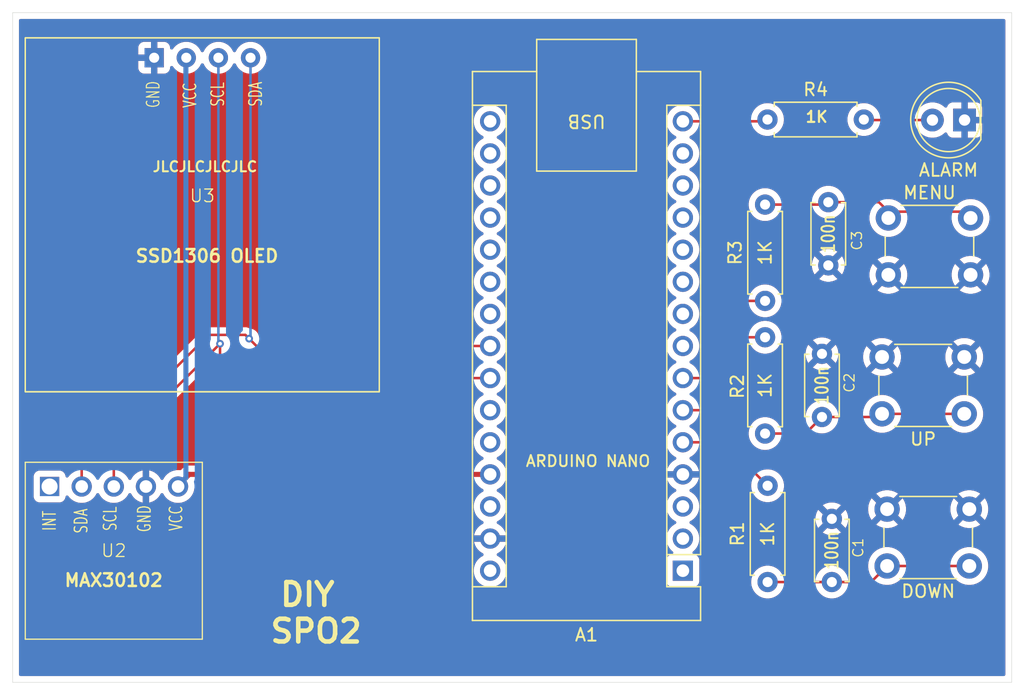
<source format=kicad_pcb>
(kicad_pcb (version 20241229) (generator "pcbnew") (generator_version "9.0")
  (layers (0 "F.Cu" signal "Front") (2 "B.Cu" signal "Back") (13 "F.Paste" user) (15 "B.Paste" user) (5 "F.SilkS" user "F.Silkscreen") (7 "B.SilkS" user "B.Silkscreen") (1 "F.Mask" user) (3 "B.Mask" user) (25 "Edge.Cuts" user))
  (net 0 "")
  (net 1 "GND")
  (net 2 "Net-(A1-D12)")
  (net 6 "+5V")
  (net 8 "Net-(A1-D2)")
  (net 15 "Net-(A1-D3)")
  (net 21 "Net-(A1-A5)")
  (net 22 "Net-(A1-D4)")
  (net 26 "Net-(A1-A4)")
  (net 30 "Net-(C1-Pad1)")
  (net 31 "Net-(C2-Pad1)")
  (net 32 "Net-(C3-Pad1)")
  (net 33 "Net-(D1-A)")
  (footprint "Button_Switch_THT:SW_PUSH_6mm" (layer "F.Cu") (at 185.49 106.91 180)
    (property "Reference" "UP" (at 3.25 -2 0) (layer "F.SilkS"))
    (property "Value" "SW_Push")
    (fp_line (start 6.75 3) (end 6.75 1.5) (stroke (width 0.12)) (layer "F.SilkS"))
    (fp_line (start 5.5 -1) (end 1 -1) (stroke (width 0.12)) (layer "F.SilkS"))
    (fp_line (start 1 5.5) (end 5.5 5.5) (stroke (width 0.12)) (layer "F.SilkS"))
    (fp_line (start -0.25 1.5) (end -0.25 3) (stroke (width 0.12)) (layer "F.SilkS"))
    (pad "1" thru_hole circle (at 0 0 270) (size 2 2) (drill 1.1) (layers "*.Cu" "*.Mask") (net 31 "Net-(C2-Pad1)"))
    (pad "1" thru_hole circle (at 6.5 0 270) (size 2 2) (drill 1.1) (layers "*.Cu" "*.Mask") (net 31 "Net-(C2-Pad1)"))
    (pad "2" thru_hole circle (at 0 4.5 270) (size 2 2) (drill 1.1) (layers "*.Cu" "*.Mask") (net 1 "GND"))
    (pad "2" thru_hole circle (at 6.5 4.5 270) (size 2 2) (drill 1.1) (layers "*.Cu" "*.Mask") (net 1 "GND"))
  )
  (footprint "Module:Arduino_Nano" (layer "F.Cu") (at 163.24 119.32 180)
    (property "Reference" "A1" (at 7.62 -5.08 0) (layer "F.SilkS"))
    (property "Value" "Arduino_Nano_v3.x")
    (fp_line (start 16.64 39.5) (end 16.64 -3.94) (stroke (width 0.12)) (layer "F.SilkS"))
    (fp_line (start 16.64 39.5) (end 11.56 39.5) (stroke (width 0.12)) (layer "F.SilkS"))
    (fp_line (start 16.64 -3.94) (end -1.4 -3.94) (stroke (width 0.12)) (layer "F.SilkS"))
    (fp_line (start 13.97 36.83) (end 16.64 36.83) (stroke (width 0.12)) (layer "F.SilkS"))
    (fp_line (start 13.97 -1.27) (end 16.64 -1.27) (stroke (width 0.12)) (layer "F.SilkS"))
    (fp_line (start 13.97 -1.27) (end 13.97 36.83) (stroke (width 0.12)) (layer "F.SilkS"))
    (fp_line (start 11.56 42.04) (end 3.68 42.04) (stroke (width 0.12)) (layer "F.SilkS"))
    (fp_line (start 11.56 31.62) (end 11.56 42.04) (stroke (width 0.12)) (layer "F.SilkS"))
    (fp_line (start 3.68 42.04) (end 3.68 31.62) (stroke (width 0.12)) (layer "F.SilkS"))
    (fp_line (start 3.68 31.62) (end 11.56 31.62) (stroke (width 0.12)) (layer "F.SilkS"))
    (fp_line (start 1.27 36.83) (end -1.4 36.83) (stroke (width 0.12)) (layer "F.SilkS"))
    (fp_line (start 1.27 1.27) (end 1.27 36.83) (stroke (width 0.12)) (layer "F.SilkS"))
    (fp_line (start 1.27 1.27) (end 1.27 -1.27) (stroke (width 0.12)) (layer "F.SilkS"))
    (fp_line (start 1.27 1.27) (end -1.4 1.27) (stroke (width 0.12)) (layer "F.SilkS"))
    (fp_line (start 1.27 -1.27) (end -1.4 -1.27) (stroke (width 0.12)) (layer "F.SilkS"))
    (fp_line (start -1.4 39.5) (end 3.68 39.5) (stroke (width 0.12)) (layer "F.SilkS"))
    (fp_line (start -1.4 1.27) (end -1.4 39.5) (stroke (width 0.12)) (layer "F.SilkS"))
    (fp_line (start -1.4 -3.94) (end -1.4 -1.27) (stroke (width 0.12)) (layer "F.SilkS"))
    (fp_text user "USB" (at 7.62 35.56 180) (layer "F.SilkS"))
    (pad "1" thru_hole rect (at 0 0 180) (size 1.6 1.6) (drill 1) (layers "*.Cu" "*.Mask"))
    (pad "2" thru_hole oval (at 0 2.54 180) (size 1.6 1.6) (drill 1) (layers "*.Cu" "*.Mask"))
    (pad "3" thru_hole oval (at 0 5.08 180) (size 1.6 1.6) (drill 1) (layers "*.Cu" "*.Mask"))
    (pad "4" thru_hole oval (at 0 7.62 180) (size 1.6 1.6) (drill 1) (layers "*.Cu" "*.Mask") (net 1 "GND"))
    (pad "5" thru_hole oval (at 0 10.16 180) (size 1.6 1.6) (drill 1) (layers "*.Cu" "*.Mask") (net 8 "Net-(A1-D2)"))
    (pad "6" thru_hole oval (at 0 12.7 180) (size 1.6 1.6) (drill 1) (layers "*.Cu" "*.Mask") (net 15 "Net-(A1-D3)"))
    (pad "7" thru_hole oval (at 0 15.24 180) (size 1.6 1.6) (drill 1) (layers "*.Cu" "*.Mask") (net 22 "Net-(A1-D4)"))
    (pad "8" thru_hole oval (at 0 17.78 180) (size 1.6 1.6) (drill 1) (layers "*.Cu" "*.Mask"))
    (pad "9" thru_hole oval (at 0 20.32 180) (size 1.6 1.6) (drill 1) (layers "*.Cu" "*.Mask"))
    (pad "10" thru_hole oval (at 0 22.86 180) (size 1.6 1.6) (drill 1) (layers "*.Cu" "*.Mask"))
    (pad "11" thru_hole oval (at 0 25.4 180) (size 1.6 1.6) (drill 1) (layers "*.Cu" "*.Mask"))
    (pad "12" thru_hole oval (at 0 27.94 180) (size 1.6 1.6) (drill 1) (layers "*.Cu" "*.Mask"))
    (pad "13" thru_hole oval (at 0 30.48 180) (size 1.6 1.6) (drill 1) (layers "*.Cu" "*.Mask"))
    (pad "14" thru_hole oval (at 0 33.02 180) (size 1.6 1.6) (drill 1) (layers "*.Cu" "*.Mask"))
    (pad "15" thru_hole oval (at 0 35.56 180) (size 1.6 1.6) (drill 1) (layers "*.Cu" "*.Mask") (net 2 "Net-(A1-D12)"))
    (pad "16" thru_hole oval (at 15.24 35.56 180) (size 1.6 1.6) (drill 1) (layers "*.Cu" "*.Mask"))
    (pad "17" thru_hole oval (at 15.24 33.02 180) (size 1.6 1.6) (drill 1) (layers "*.Cu" "*.Mask"))
    (pad "18" thru_hole oval (at 15.24 30.48 180) (size 1.6 1.6) (drill 1) (layers "*.Cu" "*.Mask"))
    (pad "19" thru_hole oval (at 15.24 27.94 180) (size 1.6 1.6) (drill 1) (layers "*.Cu" "*.Mask"))
    (pad "20" thru_hole oval (at 15.24 25.4 180) (size 1.6 1.6) (drill 1) (layers "*.Cu" "*.Mask"))
    (pad "21" thru_hole oval (at 15.24 22.86 180) (size 1.6 1.6) (drill 1) (layers "*.Cu" "*.Mask"))
    (pad "22" thru_hole oval (at 15.24 20.32 180) (size 1.6 1.6) (drill 1) (layers "*.Cu" "*.Mask"))
    (pad "23" thru_hole oval (at 15.24 17.78 180) (size 1.6 1.6) (drill 1) (layers "*.Cu" "*.Mask") (net 26 "Net-(A1-A4)"))
    (pad "24" thru_hole oval (at 15.24 15.24 180) (size 1.6 1.6) (drill 1) (layers "*.Cu" "*.Mask") (net 21 "Net-(A1-A5)"))
    (pad "25" thru_hole oval (at 15.24 12.7 180) (size 1.6 1.6) (drill 1) (layers "*.Cu" "*.Mask"))
    (pad "26" thru_hole oval (at 15.24 10.16 180) (size 1.6 1.6) (drill 1) (layers "*.Cu" "*.Mask"))
    (pad "27" thru_hole oval (at 15.24 7.62 180) (size 1.6 1.6) (drill 1) (layers "*.Cu" "*.Mask") (net 6 "+5V"))
    (pad "28" thru_hole oval (at 15.24 5.08 180) (size 1.6 1.6) (drill 1) (layers "*.Cu" "*.Mask"))
    (pad "29" thru_hole oval (at 15.24 2.54 180) (size 1.6 1.6) (drill 1) (layers "*.Cu" "*.Mask") (net 1 "GND"))
    (pad "30" thru_hole oval (at 15.24 0 180) (size 1.6 1.6) (drill 1) (layers "*.Cu" "*.Mask"))
  )
  (footprint "Capacitor_THT:C_Disc_D4.7mm_W2.5mm_P5.00mm" (layer "F.Cu") (at 174.24 107.16 90)
    (property "Reference" "C2" (at 2.71 2.17 90) (layer "F.SilkS") (effects (font (size 0.8 0.8) (thickness 0.1))))
    (property "Value" "100n" (at 2.5 0 90) (layer "F.SilkS") (effects (font (size 1 0.8))))
    (fp_line (start 4.97 -1.37) (end 4.97 -1.04) (stroke (width 0.12)) (layer "F.SilkS"))
    (fp_line (start 0.03 -1.37) (end 4.97 -1.37) (stroke (width 0.12)) (layer "F.SilkS"))
    (fp_line (start 0.03 -1.04) (end 0.03 -1.37) (stroke (width 0.12)) (layer "F.SilkS"))
    (fp_line (start 4.97 1.04) (end 4.97 1.37) (stroke (width 0.12)) (layer "F.SilkS"))
    (fp_line (start 4.97 1.37) (end 0.03 1.37) (stroke (width 0.12)) (layer "F.SilkS"))
    (fp_line (start 0.03 1.37) (end 0.03 1.04) (stroke (width 0.12)) (layer "F.SilkS"))
    (pad "1" thru_hole circle (at 0 0 90) (size 1.6 1.6) (drill 0.8) (layers "*.Cu" "*.Mask") (net 31 "Net-(C2-Pad1)"))
    (pad "2" thru_hole circle (at 5 0 90) (size 1.6 1.6) (drill 0.8) (layers "*.Cu" "*.Mask") (net 1 "GND"))
  )
  (footprint "Resistor_THT:R_Axial_DIN0207_L6.3mm_D2.5mm_P7.62mm_Horizontal" (layer "F.Cu") (at 169.94 112.6 -90)
    (property "Reference" "R1" (at 3.81 2.39 90) (layer "F.SilkS"))
    (property "Value" "1K" (at 3.81 0 90) (layer "F.SilkS"))
    (fp_line (start 0.54 1.37) (end 7.08 1.37) (stroke (width 0.12)) (layer "F.SilkS"))
    (fp_line (start 7.08 1.37) (end 7.08 1.04) (stroke (width 0.12)) (layer "F.SilkS"))
    (fp_line (start 0.54 1.04) (end 0.54 1.37) (stroke (width 0.12)) (layer "F.SilkS"))
    (fp_line (start 0.54 -1.04) (end 0.54 -1.37) (stroke (width 0.12)) (layer "F.SilkS"))
    (fp_line (start 0.54 -1.37) (end 7.08 -1.37) (stroke (width 0.12)) (layer "F.SilkS"))
    (fp_line (start 7.08 -1.37) (end 7.08 -1.04) (stroke (width 0.12)) (layer "F.SilkS"))
    (pad "1" thru_hole circle (at 0 0 270) (size 1.6 1.6) (drill 0.8) (layers "*.Cu" "*.Mask") (net 8 "Net-(A1-D2)"))
    (pad "2" thru_hole circle (at 7.62 0 270) (size 1.6 1.6) (drill 0.8) (layers "*.Cu" "*.Mask") (net 30 "Net-(C1-Pad1)"))
  )
  (footprint "Resistor_THT:R_Axial_DIN0207_L6.3mm_D2.5mm_P7.62mm_Horizontal" (layer "F.Cu") (at 169.93 83.62)
    (property "Reference" "R4" (at 3.81 -2.37 0) (layer "F.SilkS"))
    (property "Value" "1K")
    (fp_line (start 0.54 -1.37) (end 7.08 -1.37) (stroke (width 0.12)) (layer "F.SilkS"))
    (fp_line (start 0.54 -1.04) (end 0.54 -1.37) (stroke (width 0.12)) (layer "F.SilkS"))
    (fp_line (start 0.54 1.04) (end 0.54 1.37) (stroke (width 0.12)) (layer "F.SilkS"))
    (fp_line (start 0.54 1.37) (end 7.08 1.37) (stroke (width 0.12)) (layer "F.SilkS"))
    (fp_line (start 7.08 -1.37) (end 7.08 -1.04) (stroke (width 0.12)) (layer "F.SilkS"))
    (fp_line (start 7.08 1.37) (end 7.08 1.04) (stroke (width 0.12)) (layer "F.SilkS"))
    (pad "1" thru_hole circle (at 0 0) (size 1.6 1.6) (drill 0.8) (layers "*.Cu" "*.Mask") (net 2 "Net-(A1-D12)"))
    (pad "2" thru_hole circle (at 7.62 0) (size 1.6 1.6) (drill 0.8) (layers "*.Cu" "*.Mask") (net 33 "Net-(D1-A)"))
  )
  (footprint "Spo2_stuff:MAX30102 MODULE" (layer "F.Cu") (at 118.24 117.74)
    (property "Reference" "U2" (at 0 0 0) (layer "F.SilkS") (effects (font (thickness 0.1))))
    (property "Value" "MAX30102X")
    (fp_line (start -7 -7) (end 7 -7) (stroke (width 0.1)) (layer "F.SilkS"))
    (fp_line (start -7 7) (end -7 -7) (stroke (width 0.1)) (layer "F.SilkS"))
    (fp_line (start 7 -7) (end 7 7) (stroke (width 0.1)) (layer "F.SilkS"))
    (fp_line (start 7 7) (end -7 7) (stroke (width 0.1)) (layer "F.SilkS"))
    (fp_text user "GND" (at 3 -1.4 90) (layer "F.SilkS") (effects (font (size 1 0.7) (thickness 0.1)) (justify left bottom)))
    (fp_text user "INT" (at -4.5 -1.5 90) (layer "F.SilkS") (effects (font (size 1 0.7) (thickness 0.1)) (justify left bottom)))
    (fp_text user "VCC" (at 5.5 -1.5 90) (layer "F.SilkS") (effects (font (size 1 0.7) (thickness 0.1)) (justify left bottom)))
    (fp_text user "SDA" (at -2 -1.3 90) (layer "F.SilkS") (effects (font (size 1 0.7) (thickness 0.1)) (justify left bottom)))
    (fp_text user "SCL" (at 0.3 -1.5 90) (layer "F.SilkS") (effects (font (size 1 0.7) (thickness 0.1)) (justify left bottom)))
    (pad "1" thru_hole rect (at -5.08 -5.08) (size 1.524 1.524) (drill 1.27) (layers "*.Cu" "*.Mask"))
    (pad "2" thru_hole oval (at -2.54 -5.08) (size 1.6 1.6) (drill 1) (layers "*.Cu" "*.Mask") (net 26 "Net-(A1-A4)"))
    (pad "3" thru_hole oval (at 0 -5.08) (size 1.6 1.6) (drill 1) (layers "*.Cu" "*.Mask") (net 21 "Net-(A1-A5)"))
    (pad "4" thru_hole oval (at 2.54 -5.08) (size 1.6 1.6) (drill 1) (layers "*.Cu" "*.Mask") (net 1 "GND"))
    (pad "5" thru_hole oval (at 5.08 -5.08) (size 1.6 1.6) (drill 1) (layers "*.Cu" "*.Mask") (net 6 "+5V"))
  )
  (footprint "Capacitor_THT:C_Disc_D4.7mm_W2.5mm_P5.00mm" (layer "F.Cu") (at 174.74 90.16 -90)
    (property "Reference" "C3" (at 3.04 -2.26 90) (layer "F.SilkS") (effects (font (size 0.8 0.8) (thickness 0.1))))
    (property "Value" "100n" (at 2.5 0 90) (layer "F.SilkS") (effects (font (size 1 0.8))))
    (fp_line (start 0.03 1.37) (end 0.03 1.04) (stroke (width 0.12)) (layer "F.SilkS"))
    (fp_line (start 4.97 1.37) (end 0.03 1.37) (stroke (width 0.12)) (layer "F.SilkS"))
    (fp_line (start 4.97 1.04) (end 4.97 1.37) (stroke (width 0.12)) (layer "F.SilkS"))
    (fp_line (start 0.03 -1.04) (end 0.03 -1.37) (stroke (width 0.12)) (layer "F.SilkS"))
    (fp_line (start 0.03 -1.37) (end 4.97 -1.37) (stroke (width 0.12)) (layer "F.SilkS"))
    (fp_line (start 4.97 -1.37) (end 4.97 -1.04) (stroke (width 0.12)) (layer "F.SilkS"))
    (pad "1" thru_hole circle (at 0 0 270) (size 1.6 1.6) (drill 0.8) (layers "*.Cu" "*.Mask") (net 32 "Net-(C3-Pad1)"))
    (pad "2" thru_hole circle (at 5 0 270) (size 1.6 1.6) (drill 0.8) (layers "*.Cu" "*.Mask") (net 1 "GND"))
  )
  (footprint "Spo2_stuff:SSD1306 LCD" (layer "F.Cu") (at 125.24 90.16)
    (property "Reference" "U3" (at 0 -0.5 0) (layer "F.SilkS") (effects (font (thickness 0.1))))
    (property "Value" "SSD1306")
    (fp_line (start -14 -13) (end 14 -13) (stroke (width 0.1)) (layer "F.SilkS"))
    (fp_line (start -14 -13) (end 14 -13) (stroke (width 0.1)) (layer "F.SilkS"))
    (fp_line (start -14 15) (end -14 -13) (stroke (width 0.1)) (layer "F.SilkS"))
    (fp_line (start -14 15) (end -14 -13) (stroke (width 0.1)) (layer "F.SilkS"))
    (fp_line (start 14 -13) (end 14 15) (stroke (width 0.1)) (layer "F.SilkS"))
    (fp_line (start 14 -13) (end 14 15) (stroke (width 0.1)) (layer "F.SilkS"))
    (fp_line (start 14 15) (end -14 15) (stroke (width 0.1)) (layer "F.SilkS"))
    (fp_line (start 14 15) (end -14 15) (stroke (width 0.1)) (layer "F.SilkS"))
    (fp_rect (start -14 -13) (end 14 15) (stroke (width 0.1)) (fill no) (layer "F.SilkS"))
    (fp_text user "SDA" (at 4.8 -7.5 90) (layer "F.SilkS") (effects (font (size 1 0.7) (thickness 0.1)) (justify left bottom)))
    (fp_text user "GND" (at -3.3 -7.4 90) (layer "F.SilkS") (effects (font (size 1 0.7) (thickness 0.0875)) (justify left bottom)))
    (fp_text user "SCL" (at 1.8 -7.5 90) (layer "F.SilkS") (effects (font (size 1 0.7) (thickness 0.1)) (justify left bottom)))
    (fp_text user "VCC" (at -0.4 -7.4 90) (layer "F.SilkS") (effects (font (size 1 0.7) (thickness 0.1)) (justify left bottom)))
    (pad "1" thru_hole rect (at -3.81 -11.43) (size 1.524 1.524) (drill 0.8) (layers "*.Cu" "*.Mask") (net 1 "GND"))
    (pad "2" thru_hole circle (at -1.27 -11.43) (size 1.524 1.524) (drill 0.8) (layers "*.Cu" "*.Mask") (net 6 "+5V"))
    (pad "3" thru_hole circle (at 1.27 -11.43) (size 1.524 1.524) (drill 0.8) (layers "*.Cu" "*.Mask") (net 21 "Net-(A1-A5)"))
    (pad "4" thru_hole circle (at 3.81 -11.43) (size 1.524 1.524) (drill 0.8) (layers "*.Cu" "*.Mask") (net 26 "Net-(A1-A4)"))
  )
  (footprint "Capacitor_THT:C_Disc_D4.7mm_W2.5mm_P5.00mm" (layer "F.Cu") (at 175.02 120.22 90)
    (property "Reference" "C1" (at 2.71 2.08 90) (layer "F.SilkS") (effects (font (size 0.8 0.8) (thickness 0.1))))
    (property "Value" "100n" (at 2.5 0 90) (layer "F.SilkS") (effects (font (size 1 0.8))))
    (fp_line (start 4.97 -1.37) (end 4.97 -1.04) (stroke (width 0.12)) (layer "F.SilkS"))
    (fp_line (start 0.03 -1.37) (end 4.97 -1.37) (stroke (width 0.12)) (layer "F.SilkS"))
    (fp_line (start 0.03 -1.04) (end 0.03 -1.37) (stroke (width 0.12)) (layer "F.SilkS"))
    (fp_line (start 4.97 1.04) (end 4.97 1.37) (stroke (width 0.12)) (layer "F.SilkS"))
    (fp_line (start 4.97 1.37) (end 0.03 1.37) (stroke (width 0.12)) (layer "F.SilkS"))
    (fp_line (start 0.03 1.37) (end 0.03 1.04) (stroke (width 0.12)) (layer "F.SilkS"))
    (pad "1" thru_hole circle (at 0 0 90) (size 1.6 1.6) (drill 0.8) (layers "*.Cu" "*.Mask") (net 30 "Net-(C1-Pad1)"))
    (pad "2" thru_hole circle (at 5 0 90) (size 1.6 1.6) (drill 0.8) (layers "*.Cu" "*.Mask") (net 1 "GND"))
  )
  (footprint "Resistor_THT:R_Axial_DIN0207_L6.3mm_D2.5mm_P7.62mm_Horizontal" (layer "F.Cu") (at 169.74 97.97 90)
    (property "Reference" "R3" (at 3.81 -2.37 90) (layer "F.SilkS"))
    (property "Value" "1K" (at 3.81 0 90) (layer "F.SilkS"))
    (fp_line (start 7.08 -1.37) (end 7.08 -1.04) (stroke (width 0.12)) (layer "F.SilkS"))
    (fp_line (start 0.54 -1.37) (end 7.08 -1.37) (stroke (width 0.12)) (layer "F.SilkS"))
    (fp_line (start 0.54 -1.04) (end 0.54 -1.37) (stroke (width 0.12)) (layer "F.SilkS"))
    (fp_line (start 0.54 1.04) (end 0.54 1.37) (stroke (width 0.12)) (layer "F.SilkS"))
    (fp_line (start 7.08 1.37) (end 7.08 1.04) (stroke (width 0.12)) (layer "F.SilkS"))
    (fp_line (start 0.54 1.37) (end 7.08 1.37) (stroke (width 0.12)) (layer "F.SilkS"))
    (pad "1" thru_hole circle (at 0 0 90) (size 1.6 1.6) (drill 0.8) (layers "*.Cu" "*.Mask") (net 22 "Net-(A1-D4)"))
    (pad "2" thru_hole circle (at 7.62 0 90) (size 1.6 1.6) (drill 0.8) (layers "*.Cu" "*.Mask") (net 32 "Net-(C3-Pad1)"))
  )
  (footprint "Button_Switch_THT:SW_PUSH_6mm" (layer "F.Cu") (at 179.49 91.41)
    (property "Reference" "MENU" (at 3.25 -2 0) (layer "F.SilkS"))
    (property "Value" "SW_Push")
    (fp_line (start -0.25 1.5) (end -0.25 3) (stroke (width 0.12)) (layer "F.SilkS"))
    (fp_line (start 1 5.5) (end 5.5 5.5) (stroke (width 0.12)) (layer "F.SilkS"))
    (fp_line (start 5.5 -1) (end 1 -1) (stroke (width 0.12)) (layer "F.SilkS"))
    (fp_line (start 6.75 3) (end 6.75 1.5) (stroke (width 0.12)) (layer "F.SilkS"))
    (pad "1" thru_hole circle (at 0 0 90) (size 2 2) (drill 1.1) (layers "*.Cu" "*.Mask") (net 32 "Net-(C3-Pad1)"))
    (pad "1" thru_hole circle (at 6.5 0 90) (size 2 2) (drill 1.1) (layers "*.Cu" "*.Mask") (net 32 "Net-(C3-Pad1)"))
    (pad "2" thru_hole circle (at 0 4.5 90) (size 2 2) (drill 1.1) (layers "*.Cu" "*.Mask") (net 1 "GND"))
    (pad "2" thru_hole circle (at 6.5 4.5 90) (size 2 2) (drill 1.1) (layers "*.Cu" "*.Mask") (net 1 "GND"))
  )
  (footprint "Button_Switch_THT:SW_PUSH_6mm" (layer "F.Cu") (at 185.89 118.95 180)
    (property "Reference" "DOWN" (at 3.25 -2 0) (layer "F.SilkS"))
    (property "Value" "SW_Push")
    (fp_line (start 6.75 3) (end 6.75 1.5) (stroke (width 0.12)) (layer "F.SilkS"))
    (fp_line (start 5.5 -1) (end 1 -1) (stroke (width 0.12)) (layer "F.SilkS"))
    (fp_line (start 1 5.5) (end 5.5 5.5) (stroke (width 0.12)) (layer "F.SilkS"))
    (fp_line (start -0.25 1.5) (end -0.25 3) (stroke (width 0.12)) (layer "F.SilkS"))
    (pad "1" thru_hole circle (at 0 0 270) (size 2 2) (drill 1.1) (layers "*.Cu" "*.Mask") (net 30 "Net-(C1-Pad1)"))
    (pad "1" thru_hole circle (at 6.5 0 270) (size 2 2) (drill 1.1) (layers "*.Cu" "*.Mask") (net 30 "Net-(C1-Pad1)"))
    (pad "2" thru_hole circle (at 0 4.5 270) (size 2 2) (drill 1.1) (layers "*.Cu" "*.Mask") (net 1 "GND"))
    (pad "2" thru_hole circle (at 6.5 4.5 270) (size 2 2) (drill 1.1) (layers "*.Cu" "*.Mask") (net 1 "GND"))
  )
  (footprint "Resistor_THT:R_Axial_DIN0207_L6.3mm_D2.5mm_P7.62mm_Horizontal" (layer "F.Cu") (at 169.74 100.85 -90)
    (property "Reference" "R2" (at 3.89 2.19 90) (layer "F.SilkS"))
    (property "Value" "1K" (at 3.81 0 90) (layer "F.SilkS"))
    (fp_line (start 0.54 1.37) (end 7.08 1.37) (stroke (width 0.12)) (layer "F.SilkS"))
    (fp_line (start 7.08 1.37) (end 7.08 1.04) (stroke (width 0.12)) (layer "F.SilkS"))
    (fp_line (start 0.54 1.04) (end 0.54 1.37) (stroke (width 0.12)) (layer "F.SilkS"))
    (fp_line (start 0.54 -1.04) (end 0.54 -1.37) (stroke (width 0.12)) (layer "F.SilkS"))
    (fp_line (start 0.54 -1.37) (end 7.08 -1.37) (stroke (width 0.12)) (layer "F.SilkS"))
    (fp_line (start 7.08 -1.37) (end 7.08 -1.04) (stroke (width 0.12)) (layer "F.SilkS"))
    (pad "1" thru_hole circle (at 0 0 270) (size 1.6 1.6) (drill 0.8) (layers "*.Cu" "*.Mask") (net 15 "Net-(A1-D3)"))
    (pad "2" thru_hole circle (at 7.62 0 270) (size 1.6 1.6) (drill 0.8) (layers "*.Cu" "*.Mask") (net 31 "Net-(C2-Pad1)"))
  )
  (footprint "LED_THT:LED_D5.0mm" (layer "F.Cu") (at 185.515 83.66 180)
    (property "Reference" "ALARM" (at 1.27 -3.96 0) (layer "F.SilkS"))
    (property "Value" "LED")
    (fp_line (start -1.29 -1.545) (end -1.29 1.545) (stroke (width 0.12)) (layer "F.SilkS"))
    (fp_arc (start 4.26 0) (mid 2.071779 2.880495) (end -1.29 1.54483) (stroke (width 0.12)) (layer "F.SilkS"))
    (fp_arc (start -1.29 -1.54483) (mid 2.071779 -2.880495) (end 4.26 0) (stroke (width 0.12)) (layer "F.SilkS"))
    (fp_circle (center 1.27 0) (end 3.77 0) (stroke (width 0.12)) (fill no) (layer "F.SilkS"))
    (pad "1" thru_hole rect (at 0 0 180) (size 1.8 1.8) (drill 0.9) (layers "*.Cu" "*.Mask") (net 1 "GND"))
    (pad "2" thru_hole circle (at 2.54 0 180) (size 1.8 1.8) (drill 0.9) (layers "*.Cu" "*.Mask") (net 33 "Net-(D1-A)"))
  )
  (gr_line (start 110.24 75.16) (end 110.24 128.16) (stroke (width 0.0381)) (layer "Edge.Cuts"))
  (gr_line (start 189.24 128.16) (end 189.24 75.16) (stroke (width 0.0381)) (layer "Edge.Cuts"))
  (gr_line (start 189.24 75.16) (end 110.24 75.16) (stroke (width 0.0381)) (layer "Edge.Cuts"))
  (gr_line (start 110.24 128.16) (end 189.24 128.16) (stroke (width 0.0381)) (layer "Edge.Cuts"))
  (gr_text "SSD1306 OLED" (at 119.86 95 0) (layer "F.SilkS") (effects (font (size 1 1) (thickness 0.2) (bold yes)) (justify left bottom)))
  (gr_text "ARDUINO NANO" (at 150.74 111.16 0) (layer "F.SilkS") (effects (font (size 0.8728 0.8728) (thickness 0.1524) (bold yes)) (justify left bottom)))
  (gr_text "DIY \nSPO2" (at 134.24 125.16 0) (layer "F.SilkS") (effects (font (size 1.8 1.8) (thickness 0.36) (bold yes)) (justify bottom)))
  (gr_text "MAX30102" (at 114.24 120.66 0) (layer "F.SilkS") (effects (font (size 1 1) (thickness 0.2) (bold yes)) (justify left bottom)))
  (gr_text "1K" (at 172.85 83.92 0) (layer "F.SilkS") (effects (font (size 0.8728 0.8728) (thickness 0.17456) (bold yes)) (justify left bottom)))
  (gr_text "JLCJLCJLCJLC" (at 121.23 87.82 0) (layer "F.SilkS") (effects (font (size 0.8 0.8) (thickness 0.16) (bold yes)) (justify left bottom)))
  (segment (start 163.24 83.76) (end 169.83 83.76) (width 0.2) (layer "F.Cu") (net 2))
  (segment (start 169.83 83.76) (end 169.93 83.66) (width 0.2) (layer "F.Cu") (net 2))
  (segment (start 124.2 111.7) (end 123.32 112.58) (width 0.4) (layer "F.Cu") (net 6))
  (segment (start 148 111.7) (end 124.2 111.7) (width 0.4) (layer "F.Cu") (net 6))
  (segment (start 123.94 78.76) (end 123.97 78.73) (width 0.4) (layer "B.Cu") (net 6))
  (segment (start 123.32 112.58) (end 123.94 111.96) (width 0.4) (layer "B.Cu") (net 6))
  (segment (start 123.94 111.96) (end 123.94 78.76) (width 0.4) (layer "B.Cu") (net 6))
  (segment (start 166.84 109.16) (end 167.14 109.46) (width 0.2) (layer "F.Cu") (net 8))
  (segment (start 167.14 109.46) (end 167.14 109.8) (width 0.2) (layer "F.Cu") (net 8))
  (segment (start 163.24 109.16) (end 166.84 109.16) (width 0.2) (layer "F.Cu") (net 8))
  (segment (start 167.14 109.8) (end 169.94 112.6) (width 0.2) (layer "F.Cu") (net 8))
  (segment (start 163.24 106.62) (end 165.68 106.62) (width 0.2) (layer "F.Cu") (net 15))
  (segment (start 166.94 101.16) (end 167.25 100.85) (width 0.2) (layer "F.Cu") (net 15))
  (segment (start 167.25 100.85) (end 169.74 100.85) (width 0.2) (layer "F.Cu") (net 15))
  (segment (start 165.68 106.62) (end 166.94 105.36) (width 0.2) (layer "F.Cu") (net 15))
  (segment (start 166.94 105.36) (end 166.94 101.16) (width 0.2) (layer "F.Cu") (net 15))
  (segment (start 126.64 101.36) (end 118.24 109.76) (width 0.2) (layer "F.Cu") (net 21))
  (segment (start 118.24 109.76) (end 118.24 112.58) (width 0.2) (layer "F.Cu") (net 21))
  (segment (start 127.66 104.08) (end 126.64 103.06) (width 0.2) (layer "F.Cu") (net 21))
  (segment (start 126.64 103.06) (end 126.64 101.36) (width 0.2) (layer "F.Cu") (net 21))
  (segment (start 148 104.08) (end 127.66 104.08) (width 0.2) (layer "F.Cu") (net 21))
  (via (at 126.64 101.36) (size 0.6) (drill 0.3) (layers "F.Cu" "B.Cu") (net 21))
  (segment (start 126.64 101.36) (end 126.51 101.23) (width 0.2) (layer "B.Cu") (net 21))
  (segment (start 126.51 101.23) (end 126.51 78.73) (width 0.2) (layer "B.Cu") (net 21))
  (segment (start 167.33 97.97) (end 169.74 97.97) (width 0.2) (layer "F.Cu") (net 22))
  (segment (start 163.24 104.08) (end 165.32 104.08) (width 0.2) (layer "F.Cu") (net 22))
  (segment (start 166.14 99.16) (end 167.33 97.97) (width 0.2) (layer "F.Cu") (net 22))
  (segment (start 166.14 103.26) (end 166.14 99.16) (width 0.2) (layer "F.Cu") (net 22))
  (segment (start 165.32 104.08) (end 166.14 103.26) (width 0.2) (layer "F.Cu") (net 22))
  (segment (start 125.74 100.66) (end 115.7 110.7) (width 0.2) (layer "F.Cu") (net 26))
  (segment (start 129.52 101.54) (end 128.94 100.96) (width 0.2) (layer "F.Cu") (net 26))
  (segment (start 148 101.54) (end 129.52 101.54) (width 0.2) (layer "F.Cu") (net 26))
  (segment (start 115.7 110.7) (end 115.7 112.58) (width 0.2) (layer "F.Cu") (net 26))
  (segment (start 128.94 100.96) (end 128.64 100.66) (width 0.2) (layer "F.Cu") (net 26))
  (segment (start 128.64 100.66) (end 125.74 100.66) (width 0.2) (layer "F.Cu") (net 26))
  (via (at 128.94 100.96) (size 0.6) (drill 0.3) (layers "F.Cu" "B.Cu") (net 26))
  (segment (start 128.94 100.96) (end 129.05 100.85) (width 0.2) (layer "B.Cu") (net 26))
  (segment (start 129.05 100.85) (end 129.05 78.73) (width 0.2) (layer "B.Cu") (net 26))
  (segment (start 178.12 120.22) (end 179.39 118.95) (width 0.2) (layer "F.Cu") (net 30))
  (segment (start 175.02 120.22) (end 178.12 120.22) (width 0.2) (layer "F.Cu") (net 30))
  (segment (start 169.94 120.22) (end 175.02 120.22) (width 0.2) (layer "F.Cu") (net 30))
  (segment (start 179.39 118.95) (end 185.89 118.95) (width 0.2) (layer "F.Cu") (net 30))
  (segment (start 178.74 107.16) (end 178.99 106.91) (width 0.2) (layer "F.Cu") (net 31))
  (segment (start 169.74 108.47) (end 172.93 108.47) (width 0.2) (layer "F.Cu") (net 31))
  (segment (start 178.99 106.91) (end 185.49 106.91) (width 0.2) (layer "F.Cu") (net 31))
  (segment (start 172.93 108.47) (end 174.24 107.16) (width 0.2) (layer "F.Cu") (net 31))
  (segment (start 174.24 107.16) (end 178.74 107.16) (width 0.2) (layer "F.Cu") (net 31))
  (segment (start 179.49 90.91) (end 185.99 90.91) (width 0.2) (layer "F.Cu") (net 32))
  (segment (start 169.74 90.35) (end 174.55 90.35) (width 0.2) (layer "F.Cu") (net 32))
  (segment (start 178.74 90.16) (end 179.49 90.91) (width 0.2) (layer "F.Cu") (net 32))
  (segment (start 174.55 90.35) (end 174.74 90.16) (width 0.2) (layer "F.Cu") (net 32))
  (segment (start 174.74 90.16) (end 178.74 90.16) (width 0.2) (layer "F.Cu") (net 32))
  (segment (start 177.55 83.66) (end 182.975 83.66) (width 0.2) (layer "F.Cu") (net 33))
  (zone (net 1) (net_name "GND") (layers "F.Cu" "B.Cu") (connect_pads (clearance 0.5)) (min_thickness 0.25) (fill yes (thermal_gap 0.5) (thermal_bridge_width 0.5))
    (polygon (pts (xy 109.24 74.16) (xy 190.24 74.16) (xy 190.24 129.16) (xy 109.24 129.16)))
  )
)
</source>
